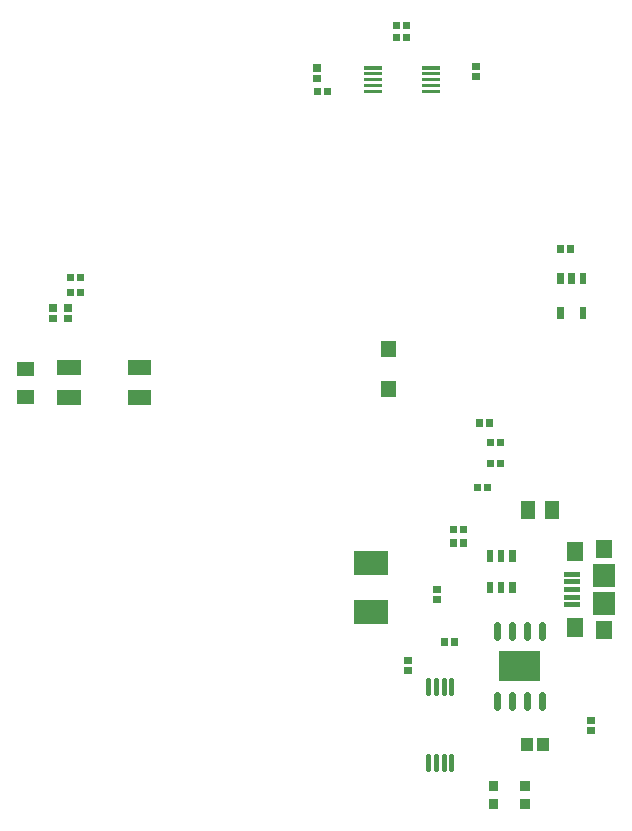
<source format=gbp>
G04 Layer: BottomPasteMaskLayer*
G04 EasyEDA v6.2.46, 2019-12-15T14:12:23+01:00*
G04 62ef9a7e5eba40e79a6bb794ca2fffcb,674c0623d3a246009f606e19fc16e94a,10*
G04 Gerber Generator version 0.2*
G04 Scale: 100 percent, Rotated: No, Reflected: No *
G04 Dimensions in millimeters *
G04 leading zeros omitted , absolute positions ,3 integer and 3 decimal *
%FSLAX33Y33*%
%MOMM*%
G90*
G71D02*

%ADD17C,0.599999*%
%ADD36C,0.399999*%
%ADD49R,2.999994X1.999996*%

%LPD*%
G54D17*
G01X43434Y16111D02*
G01X43434Y17111D01*
G01X44704Y16111D02*
G01X44704Y17111D01*
G01X45974Y16111D02*
G01X45974Y17111D01*
G01X47244Y16111D02*
G01X47244Y17111D01*
G01X43434Y10168D02*
G01X43434Y11168D01*
G01X44704Y10168D02*
G01X44704Y11168D01*
G01X45974Y10168D02*
G01X45974Y11168D01*
G01X47244Y10168D02*
G01X47244Y11168D01*
G54D36*
G01X39583Y4936D02*
G01X39583Y6036D01*
G01X38933Y4936D02*
G01X38933Y6036D01*
G01X38282Y4936D02*
G01X38282Y6036D01*
G01X37632Y4936D02*
G01X37632Y6036D01*
G01X39583Y11337D02*
G01X39583Y12437D01*
G01X38933Y11337D02*
G01X38933Y12437D01*
G01X38282Y11337D02*
G01X38282Y12437D01*
G01X37632Y11337D02*
G01X37632Y12437D01*
G36*
G01X49376Y24117D02*
G01X49376Y22517D01*
G01X50775Y22517D01*
G01X50775Y24117D01*
G01X49376Y24117D01*
G37*
G36*
G01X49376Y17716D02*
G01X49376Y16116D01*
G01X50775Y16116D01*
G01X50775Y17716D01*
G01X49376Y17716D01*
G37*
G36*
G01X51864Y24271D02*
G01X51864Y22820D01*
G01X53164Y22820D01*
G01X53164Y24271D01*
G01X51864Y24271D01*
G37*
G36*
G01X51864Y17413D02*
G01X51864Y15962D01*
G01X53164Y15962D01*
G01X53164Y17413D01*
G01X51864Y17413D01*
G37*
G36*
G01X51564Y22260D02*
G01X51564Y20360D01*
G01X53464Y20360D01*
G01X53464Y22260D01*
G01X51564Y22260D01*
G37*
G36*
G01X51564Y19873D02*
G01X51564Y17973D01*
G01X53464Y17973D01*
G01X53464Y19873D01*
G01X51564Y19873D01*
G37*
G36*
G01X49173Y21611D02*
G01X49173Y21213D01*
G01X50521Y21213D01*
G01X50521Y21611D01*
G01X49173Y21611D01*
G37*
G36*
G01X49173Y19020D02*
G01X49173Y18622D01*
G01X50521Y18622D01*
G01X50521Y19020D01*
G01X49173Y19020D01*
G37*
G36*
G01X49173Y20976D02*
G01X49173Y20578D01*
G01X50521Y20578D01*
G01X50521Y20976D01*
G01X49173Y20976D01*
G37*
G36*
G01X49173Y19655D02*
G01X49173Y19257D01*
G01X50521Y19257D01*
G01X50521Y19655D01*
G01X49173Y19655D01*
G37*
G36*
G01X49173Y20316D02*
G01X49173Y19917D01*
G01X50521Y19917D01*
G01X50521Y20316D01*
G01X49173Y20316D01*
G37*
G36*
G01X43588Y12390D02*
G01X47089Y12390D01*
G01X47089Y14889D01*
G01X43588Y14889D01*
G01X43588Y12390D01*
G37*
G36*
G01X45470Y6486D02*
G01X46470Y6486D01*
G01X46470Y7586D01*
G01X45470Y7586D01*
G01X45470Y6486D01*
G37*
G36*
G01X46870Y6486D02*
G01X47870Y6486D01*
G01X47870Y7586D01*
G01X46870Y7586D01*
G01X46870Y6486D01*
G37*
G36*
G01X48712Y27582D02*
G01X47552Y27582D01*
G01X47552Y26112D01*
G01X48712Y26112D01*
G01X48712Y27582D01*
G37*
G36*
G01X46680Y27582D02*
G01X45520Y27582D01*
G01X45520Y26112D01*
G01X46680Y26112D01*
G01X46680Y27582D01*
G37*
G36*
G01X51759Y8768D02*
G01X51759Y9367D01*
G01X51110Y9367D01*
G01X51110Y8768D01*
G01X51759Y8768D01*
G37*
G36*
G01X51759Y7919D02*
G01X51759Y8519D01*
G01X51110Y8519D01*
G01X51110Y7919D01*
G01X51759Y7919D01*
G37*
G36*
G01X38029Y19568D02*
G01X38029Y18968D01*
G01X38678Y18968D01*
G01X38678Y19568D01*
G01X38029Y19568D01*
G37*
G36*
G01X38029Y20416D02*
G01X38029Y19817D01*
G01X38678Y19817D01*
G01X38678Y20416D01*
G01X38029Y20416D01*
G37*
G36*
G01X35616Y13599D02*
G01X35616Y12999D01*
G01X36265Y12999D01*
G01X36265Y13599D01*
G01X35616Y13599D01*
G37*
G36*
G01X35616Y14447D02*
G01X35616Y13848D01*
G01X36265Y13848D01*
G01X36265Y14447D01*
G01X35616Y14447D01*
G37*
G36*
G01X39578Y15347D02*
G01X40177Y15347D01*
G01X40177Y15996D01*
G01X39578Y15996D01*
G01X39578Y15347D01*
G37*
G36*
G01X38729Y15347D02*
G01X39329Y15347D01*
G01X39329Y15996D01*
G01X38729Y15996D01*
G01X38729Y15347D01*
G37*
G36*
G01X40091Y24378D02*
G01X39491Y24378D01*
G01X39491Y23729D01*
G01X40091Y23729D01*
G01X40091Y24378D01*
G37*
G36*
G01X40939Y24378D02*
G01X40340Y24378D01*
G01X40340Y23729D01*
G01X40939Y23729D01*
G01X40939Y24378D01*
G37*
G36*
G01X40091Y25521D02*
G01X39491Y25521D01*
G01X39491Y24872D01*
G01X40091Y24872D01*
G01X40091Y25521D01*
G37*
G36*
G01X40939Y25521D02*
G01X40340Y25521D01*
G01X40340Y24872D01*
G01X40939Y24872D01*
G01X40939Y25521D01*
G37*
G36*
G01X42774Y3885D02*
G01X42774Y3074D01*
G01X43585Y3074D01*
G01X43585Y3885D01*
G01X42774Y3885D01*
G37*
G36*
G01X42774Y2361D02*
G01X42774Y1550D01*
G01X43585Y1550D01*
G01X43585Y2361D01*
G01X42774Y2361D01*
G37*
G36*
G01X45441Y3885D02*
G01X45441Y3074D01*
G01X46252Y3074D01*
G01X46252Y3885D01*
G01X45441Y3885D01*
G37*
G36*
G01X45441Y2361D02*
G01X45441Y1550D01*
G01X46252Y1550D01*
G01X46252Y2361D01*
G01X45441Y2361D01*
G37*
G36*
G01X42590Y23491D02*
G01X42590Y22490D01*
G01X43139Y22490D01*
G01X43139Y23491D01*
G01X42590Y23491D01*
G37*
G36*
G01X43540Y23491D02*
G01X43540Y22490D01*
G01X44089Y22490D01*
G01X44089Y23491D01*
G01X43540Y23491D01*
G37*
G36*
G01X44490Y23491D02*
G01X44490Y22490D01*
G01X45039Y22490D01*
G01X45039Y23491D01*
G01X44490Y23491D01*
G37*
G36*
G01X44490Y20791D02*
G01X44490Y19790D01*
G01X45039Y19790D01*
G01X45039Y20791D01*
G01X44490Y20791D01*
G37*
G36*
G01X42590Y20791D02*
G01X42590Y19790D01*
G01X43139Y19790D01*
G01X43139Y20791D01*
G01X42590Y20791D01*
G37*
G36*
G01X43540Y20791D02*
G01X43540Y19790D01*
G01X44089Y19790D01*
G01X44089Y20791D01*
G01X43540Y20791D01*
G37*
G36*
G01X33639Y37736D02*
G01X33639Y36435D01*
G01X34940Y36435D01*
G01X34940Y37736D01*
G01X33639Y37736D01*
G37*
G36*
G01X33639Y41136D02*
G01X33639Y39835D01*
G01X34940Y39835D01*
G01X34940Y41136D01*
G01X33639Y41136D01*
G37*
G36*
G01X12208Y35773D02*
G01X14207Y35773D01*
G01X14207Y36973D01*
G01X12208Y36973D01*
G01X12208Y35773D01*
G37*
G36*
G01X12208Y38313D02*
G01X14207Y38313D01*
G01X14207Y39513D01*
G01X12208Y39513D01*
G01X12208Y38313D01*
G37*
G36*
G01X6208Y38313D02*
G01X8208Y38313D01*
G01X8208Y39513D01*
G01X6208Y39513D01*
G01X6208Y38313D01*
G37*
G36*
G01X6208Y35773D02*
G01X8208Y35773D01*
G01X8208Y36973D01*
G01X6208Y36973D01*
G01X6208Y35773D01*
G37*
G36*
G01X2856Y39386D02*
G01X2856Y38186D01*
G01X4255Y38186D01*
G01X4255Y39386D01*
G01X2856Y39386D01*
G37*
G36*
G01X2856Y36986D02*
G01X2856Y35786D01*
G01X4255Y35786D01*
G01X4255Y36986D01*
G01X2856Y36986D01*
G37*
G36*
G01X38658Y64449D02*
G01X37109Y64449D01*
G01X37109Y64144D01*
G01X38658Y64144D01*
G01X38658Y64449D01*
G37*
G36*
G01X38658Y63949D02*
G01X37109Y63949D01*
G01X37109Y63644D01*
G01X38658Y63644D01*
G01X38658Y63949D01*
G37*
G36*
G01X38659Y63449D02*
G01X37109Y63449D01*
G01X37109Y63144D01*
G01X38659Y63144D01*
G01X38659Y63449D01*
G37*
G36*
G01X38658Y62949D02*
G01X37109Y62949D01*
G01X37109Y62644D01*
G01X38658Y62644D01*
G01X38658Y62949D01*
G37*
G36*
G01X38658Y62449D02*
G01X37109Y62449D01*
G01X37109Y62144D01*
G01X38658Y62144D01*
G01X38658Y62449D01*
G37*
G36*
G01X33756Y62449D02*
G01X32207Y62449D01*
G01X32207Y62144D01*
G01X33756Y62144D01*
G01X33756Y62449D01*
G37*
G36*
G01X33756Y62949D02*
G01X32207Y62949D01*
G01X32207Y62644D01*
G01X33756Y62644D01*
G01X33756Y62949D01*
G37*
G36*
G01X33756Y63449D02*
G01X32206Y63449D01*
G01X32206Y63144D01*
G01X33756Y63144D01*
G01X33756Y63449D01*
G37*
G36*
G01X33756Y63949D02*
G01X32207Y63949D01*
G01X32207Y63644D01*
G01X33756Y63644D01*
G01X33756Y63949D01*
G37*
G36*
G01X33756Y64449D02*
G01X32207Y64449D01*
G01X32207Y64144D01*
G01X33756Y64144D01*
G01X33756Y64449D01*
G37*
G36*
G01X27869Y63723D02*
G01X27869Y63124D01*
G01X28518Y63124D01*
G01X28518Y63723D01*
G01X27869Y63723D01*
G37*
G36*
G01X27869Y64572D02*
G01X27869Y63972D01*
G01X28518Y63972D01*
G01X28518Y64572D01*
G01X27869Y64572D01*
G37*
G36*
G01X28534Y62605D02*
G01X27934Y62605D01*
G01X27934Y61956D01*
G01X28534Y61956D01*
G01X28534Y62605D01*
G37*
G36*
G01X29382Y62605D02*
G01X28783Y62605D01*
G01X28783Y61956D01*
G01X29382Y61956D01*
G01X29382Y62605D01*
G37*
G36*
G01X35265Y67177D02*
G01X34665Y67177D01*
G01X34665Y66528D01*
G01X35265Y66528D01*
G01X35265Y67177D01*
G37*
G36*
G01X36113Y67177D02*
G01X35514Y67177D01*
G01X35514Y66528D01*
G01X36113Y66528D01*
G01X36113Y67177D01*
G37*
G36*
G01X41980Y64140D02*
G01X41980Y64739D01*
G01X41331Y64739D01*
G01X41331Y64140D01*
G01X41980Y64140D01*
G37*
G36*
G01X41980Y63291D02*
G01X41980Y63891D01*
G01X41331Y63891D01*
G01X41331Y63291D01*
G01X41980Y63291D01*
G37*
G36*
G01X35265Y68193D02*
G01X34665Y68193D01*
G01X34665Y67544D01*
G01X35265Y67544D01*
G01X35265Y68193D01*
G37*
G36*
G01X36113Y68193D02*
G01X35514Y68193D01*
G01X35514Y67544D01*
G01X36113Y67544D01*
G01X36113Y68193D01*
G37*
G36*
G01X48568Y45956D02*
G01X49119Y45956D01*
G01X49119Y46956D01*
G01X48568Y46956D01*
G01X48568Y45956D01*
G37*
G36*
G01X49508Y45956D02*
G01X50059Y45956D01*
G01X50059Y46956D01*
G01X49508Y46956D01*
G01X49508Y45956D01*
G37*
G36*
G01X50448Y45956D02*
G01X50999Y45956D01*
G01X50999Y46956D01*
G01X50448Y46956D01*
G01X50448Y45956D01*
G37*
G36*
G01X50448Y43061D02*
G01X50999Y43061D01*
G01X50999Y44061D01*
G01X50448Y44061D01*
G01X50448Y43061D01*
G37*
G36*
G01X48568Y43061D02*
G01X49119Y43061D01*
G01X49119Y44061D01*
G01X48568Y44061D01*
G01X48568Y43061D01*
G37*
G36*
G01X49357Y48621D02*
G01X49956Y48621D01*
G01X49956Y49270D01*
G01X49357Y49270D01*
G01X49357Y48621D01*
G37*
G36*
G01X48508Y48621D02*
G01X49108Y48621D01*
G01X49108Y49270D01*
G01X48508Y49270D01*
G01X48508Y48621D01*
G37*
G36*
G01X7871Y46208D02*
G01X8471Y46208D01*
G01X8471Y46857D01*
G01X7871Y46857D01*
G01X7871Y46208D01*
G37*
G36*
G01X7022Y46208D02*
G01X7622Y46208D01*
G01X7622Y46857D01*
G01X7022Y46857D01*
G01X7022Y46208D01*
G37*
G36*
G01X7622Y45587D02*
G01X7022Y45587D01*
G01X7022Y44938D01*
G01X7622Y44938D01*
G01X7622Y45587D01*
G37*
G36*
G01X8471Y45587D02*
G01X7871Y45587D01*
G01X7871Y44938D01*
G01X8471Y44938D01*
G01X8471Y45587D01*
G37*
G36*
G01X6166Y43652D02*
G01X6166Y44252D01*
G01X5517Y44252D01*
G01X5517Y43652D01*
G01X6166Y43652D01*
G37*
G36*
G01X6166Y42804D02*
G01X6166Y43403D01*
G01X5517Y43403D01*
G01X5517Y42804D01*
G01X6166Y42804D01*
G37*
G36*
G01X6787Y43403D02*
G01X6787Y42804D01*
G01X7436Y42804D01*
G01X7436Y43403D01*
G01X6787Y43403D01*
G37*
G36*
G01X6787Y44252D02*
G01X6787Y43652D01*
G01X7436Y43652D01*
G01X7436Y44252D01*
G01X6787Y44252D01*
G37*
G36*
G01X43182Y31109D02*
G01X42582Y31109D01*
G01X42582Y30460D01*
G01X43182Y30460D01*
G01X43182Y31109D01*
G37*
G36*
G01X44031Y31109D02*
G01X43431Y31109D01*
G01X43431Y30460D01*
G01X44031Y30460D01*
G01X44031Y31109D01*
G37*
G36*
G01X42372Y28428D02*
G01X42971Y28428D01*
G01X42971Y29077D01*
G01X42372Y29077D01*
G01X42372Y28428D01*
G37*
G36*
G01X41523Y28428D02*
G01X42123Y28428D01*
G01X42123Y29077D01*
G01X41523Y29077D01*
G01X41523Y28428D01*
G37*
G36*
G01X42499Y33889D02*
G01X43098Y33889D01*
G01X43098Y34538D01*
G01X42499Y34538D01*
G01X42499Y33889D01*
G37*
G36*
G01X41650Y33889D02*
G01X42250Y33889D01*
G01X42250Y34538D01*
G01X41650Y34538D01*
G01X41650Y33889D01*
G37*
G36*
G01X43431Y32238D02*
G01X44031Y32238D01*
G01X44031Y32887D01*
G01X43431Y32887D01*
G01X43431Y32238D01*
G37*
G36*
G01X42582Y32238D02*
G01X43182Y32238D01*
G01X43182Y32887D01*
G01X42582Y32887D01*
G01X42582Y32238D01*
G37*
G54D49*
G01X32766Y22403D03*
G01X32766Y18212D03*
M00*
M02*

</source>
